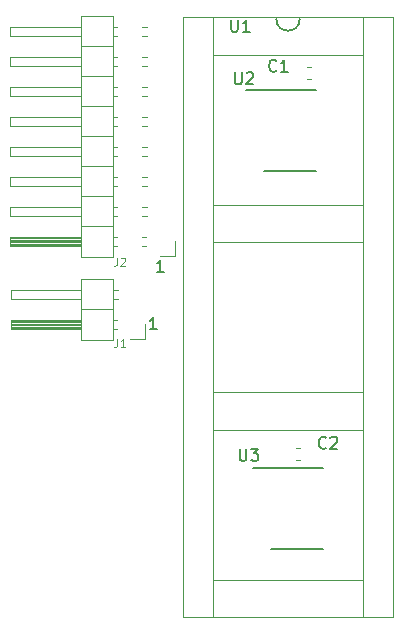
<source format=gbr>
G04 #@! TF.GenerationSoftware,KiCad,Pcbnew,(5.1.4)-1*
G04 #@! TF.CreationDate,2021-01-18T01:20:50+00:00*
G04 #@! TF.ProjectId,atari-pickup,61746172-692d-4706-9963-6b75702e6b69,rev?*
G04 #@! TF.SameCoordinates,Original*
G04 #@! TF.FileFunction,Legend,Top*
G04 #@! TF.FilePolarity,Positive*
%FSLAX46Y46*%
G04 Gerber Fmt 4.6, Leading zero omitted, Abs format (unit mm)*
G04 Created by KiCad (PCBNEW (5.1.4)-1) date 2021-01-18 01:20:50*
%MOMM*%
%LPD*%
G04 APERTURE LIST*
%ADD10C,0.200000*%
%ADD11C,0.100000*%
%ADD12C,0.150000*%
%ADD13C,0.120000*%
G04 APERTURE END LIST*
D10*
X131121114Y-81011020D02*
X130549685Y-81011020D01*
X130835400Y-81011020D02*
X130835400Y-80011020D01*
X130740161Y-80153878D01*
X130644923Y-80249116D01*
X130549685Y-80296735D01*
X131710394Y-76144380D02*
X131138965Y-76144380D01*
X131424680Y-76144380D02*
X131424680Y-75144380D01*
X131329441Y-75287238D01*
X131234203Y-75382476D01*
X131138965Y-75430095D01*
D11*
X151130000Y-105410000D02*
X151130000Y-54610000D01*
X148590000Y-105410000D02*
X151130000Y-105410000D01*
X148590000Y-54610000D02*
X148590000Y-105410000D01*
X151130000Y-54610000D02*
X148590000Y-54610000D01*
X135890000Y-105410000D02*
X135890000Y-54610000D01*
X133350000Y-105410000D02*
X135890000Y-105410000D01*
X133350000Y-54610000D02*
X133350000Y-105410000D01*
X135890000Y-54610000D02*
X133350000Y-54610000D01*
X148590000Y-54610000D02*
X148590000Y-57785000D01*
X135890000Y-54610000D02*
X148590000Y-54610000D01*
X135890000Y-57785000D02*
X135890000Y-54610000D01*
X148590000Y-57785000D02*
X135890000Y-57785000D01*
X148590000Y-54610000D02*
X148590000Y-57785000D01*
X135890000Y-105410000D02*
X148590000Y-105410000D01*
X135890000Y-102235000D02*
X135890000Y-105410000D01*
X148590000Y-102235000D02*
X135890000Y-102235000D01*
X148590000Y-105410000D02*
X148590000Y-102235000D01*
X148590000Y-70485000D02*
X148590000Y-73660000D01*
X135890000Y-70485000D02*
X148590000Y-70485000D01*
X135890000Y-73660000D02*
X135890000Y-70485000D01*
X148590000Y-73660000D02*
X135890000Y-73660000D01*
X148590000Y-89535000D02*
X148590000Y-86360000D01*
X135890000Y-89535000D02*
X148590000Y-89535000D01*
X135890000Y-86360000D02*
X135890000Y-89535000D01*
X148590000Y-86360000D02*
X135890000Y-86360000D01*
D12*
X143240000Y-54740000D02*
G75*
G02X141240000Y-54740000I-1000000J0D01*
G01*
D13*
X127388800Y-74913800D02*
X127388800Y-54473800D01*
X127388800Y-54473800D02*
X124728800Y-54473800D01*
X124728800Y-54473800D02*
X124728800Y-74913800D01*
X124728800Y-74913800D02*
X127388800Y-74913800D01*
X124728800Y-73963800D02*
X118728800Y-73963800D01*
X118728800Y-73963800D02*
X118728800Y-73203800D01*
X118728800Y-73203800D02*
X124728800Y-73203800D01*
X124728800Y-73903800D02*
X118728800Y-73903800D01*
X124728800Y-73783800D02*
X118728800Y-73783800D01*
X124728800Y-73663800D02*
X118728800Y-73663800D01*
X124728800Y-73543800D02*
X118728800Y-73543800D01*
X124728800Y-73423800D02*
X118728800Y-73423800D01*
X124728800Y-73303800D02*
X118728800Y-73303800D01*
X127785871Y-73963800D02*
X127388800Y-73963800D01*
X127785871Y-73203800D02*
X127388800Y-73203800D01*
X130258800Y-73963800D02*
X129871729Y-73963800D01*
X130258800Y-73203800D02*
X129871729Y-73203800D01*
X127388800Y-72313800D02*
X124728800Y-72313800D01*
X124728800Y-71423800D02*
X118728800Y-71423800D01*
X118728800Y-71423800D02*
X118728800Y-70663800D01*
X118728800Y-70663800D02*
X124728800Y-70663800D01*
X127785871Y-71423800D02*
X127388800Y-71423800D01*
X127785871Y-70663800D02*
X127388800Y-70663800D01*
X130325871Y-71423800D02*
X129871729Y-71423800D01*
X130325871Y-70663800D02*
X129871729Y-70663800D01*
X127388800Y-69773800D02*
X124728800Y-69773800D01*
X124728800Y-68883800D02*
X118728800Y-68883800D01*
X118728800Y-68883800D02*
X118728800Y-68123800D01*
X118728800Y-68123800D02*
X124728800Y-68123800D01*
X127785871Y-68883800D02*
X127388800Y-68883800D01*
X127785871Y-68123800D02*
X127388800Y-68123800D01*
X130325871Y-68883800D02*
X129871729Y-68883800D01*
X130325871Y-68123800D02*
X129871729Y-68123800D01*
X127388800Y-67233800D02*
X124728800Y-67233800D01*
X124728800Y-66343800D02*
X118728800Y-66343800D01*
X118728800Y-66343800D02*
X118728800Y-65583800D01*
X118728800Y-65583800D02*
X124728800Y-65583800D01*
X127785871Y-66343800D02*
X127388800Y-66343800D01*
X127785871Y-65583800D02*
X127388800Y-65583800D01*
X130325871Y-66343800D02*
X129871729Y-66343800D01*
X130325871Y-65583800D02*
X129871729Y-65583800D01*
X127388800Y-64693800D02*
X124728800Y-64693800D01*
X124728800Y-63803800D02*
X118728800Y-63803800D01*
X118728800Y-63803800D02*
X118728800Y-63043800D01*
X118728800Y-63043800D02*
X124728800Y-63043800D01*
X127785871Y-63803800D02*
X127388800Y-63803800D01*
X127785871Y-63043800D02*
X127388800Y-63043800D01*
X130325871Y-63803800D02*
X129871729Y-63803800D01*
X130325871Y-63043800D02*
X129871729Y-63043800D01*
X127388800Y-62153800D02*
X124728800Y-62153800D01*
X124728800Y-61263800D02*
X118728800Y-61263800D01*
X118728800Y-61263800D02*
X118728800Y-60503800D01*
X118728800Y-60503800D02*
X124728800Y-60503800D01*
X127785871Y-61263800D02*
X127388800Y-61263800D01*
X127785871Y-60503800D02*
X127388800Y-60503800D01*
X130325871Y-61263800D02*
X129871729Y-61263800D01*
X130325871Y-60503800D02*
X129871729Y-60503800D01*
X127388800Y-59613800D02*
X124728800Y-59613800D01*
X124728800Y-58723800D02*
X118728800Y-58723800D01*
X118728800Y-58723800D02*
X118728800Y-57963800D01*
X118728800Y-57963800D02*
X124728800Y-57963800D01*
X127785871Y-58723800D02*
X127388800Y-58723800D01*
X127785871Y-57963800D02*
X127388800Y-57963800D01*
X130325871Y-58723800D02*
X129871729Y-58723800D01*
X130325871Y-57963800D02*
X129871729Y-57963800D01*
X127388800Y-57073800D02*
X124728800Y-57073800D01*
X124728800Y-56183800D02*
X118728800Y-56183800D01*
X118728800Y-56183800D02*
X118728800Y-55423800D01*
X118728800Y-55423800D02*
X124728800Y-55423800D01*
X127785871Y-56183800D02*
X127388800Y-56183800D01*
X127785871Y-55423800D02*
X127388800Y-55423800D01*
X130325871Y-56183800D02*
X129871729Y-56183800D01*
X130325871Y-55423800D02*
X129871729Y-55423800D01*
X132638800Y-73583800D02*
X132638800Y-74853800D01*
X132638800Y-74853800D02*
X131368800Y-74853800D01*
X127414200Y-81924200D02*
X127414200Y-76724200D01*
X127414200Y-76724200D02*
X124754200Y-76724200D01*
X124754200Y-76724200D02*
X124754200Y-81924200D01*
X124754200Y-81924200D02*
X127414200Y-81924200D01*
X124754200Y-80974200D02*
X118754200Y-80974200D01*
X118754200Y-80974200D02*
X118754200Y-80214200D01*
X118754200Y-80214200D02*
X124754200Y-80214200D01*
X124754200Y-80914200D02*
X118754200Y-80914200D01*
X124754200Y-80794200D02*
X118754200Y-80794200D01*
X124754200Y-80674200D02*
X118754200Y-80674200D01*
X124754200Y-80554200D02*
X118754200Y-80554200D01*
X124754200Y-80434200D02*
X118754200Y-80434200D01*
X124754200Y-80314200D02*
X118754200Y-80314200D01*
X127744200Y-80974200D02*
X127414200Y-80974200D01*
X127744200Y-80214200D02*
X127414200Y-80214200D01*
X127414200Y-79324200D02*
X124754200Y-79324200D01*
X124754200Y-78434200D02*
X118754200Y-78434200D01*
X118754200Y-78434200D02*
X118754200Y-77674200D01*
X118754200Y-77674200D02*
X124754200Y-77674200D01*
X127811271Y-78434200D02*
X127414200Y-78434200D01*
X127811271Y-77674200D02*
X127414200Y-77674200D01*
X130124200Y-80594200D02*
X130124200Y-81864200D01*
X130124200Y-81864200D02*
X128854200Y-81864200D01*
X144177867Y-59819000D02*
X143835333Y-59819000D01*
X144177867Y-58799000D02*
X143835333Y-58799000D01*
X143224067Y-91031600D02*
X142881533Y-91031600D01*
X143224067Y-92051600D02*
X142881533Y-92051600D01*
D12*
X140167400Y-67635800D02*
X144617400Y-67635800D01*
X138642400Y-60735800D02*
X144617400Y-60735800D01*
X139252000Y-92739800D02*
X145227000Y-92739800D01*
X140777000Y-99639800D02*
X145227000Y-99639800D01*
X137414095Y-54824380D02*
X137414095Y-55633904D01*
X137461714Y-55729142D01*
X137509333Y-55776761D01*
X137604571Y-55824380D01*
X137795047Y-55824380D01*
X137890285Y-55776761D01*
X137937904Y-55729142D01*
X137985523Y-55633904D01*
X137985523Y-54824380D01*
X138985523Y-55824380D02*
X138414095Y-55824380D01*
X138699809Y-55824380D02*
X138699809Y-54824380D01*
X138604571Y-54967238D01*
X138509333Y-55062476D01*
X138414095Y-55110095D01*
D13*
X127780126Y-74947986D02*
X127780126Y-75447986D01*
X127746793Y-75547986D01*
X127680126Y-75614653D01*
X127580126Y-75647986D01*
X127513460Y-75647986D01*
X128080126Y-75014653D02*
X128113460Y-74981320D01*
X128180126Y-74947986D01*
X128346793Y-74947986D01*
X128413460Y-74981320D01*
X128446793Y-75014653D01*
X128480126Y-75081320D01*
X128480126Y-75147986D01*
X128446793Y-75247986D01*
X128046793Y-75647986D01*
X128480126Y-75647986D01*
X127767426Y-81844086D02*
X127767426Y-82344086D01*
X127734093Y-82444086D01*
X127667426Y-82510753D01*
X127567426Y-82544086D01*
X127500760Y-82544086D01*
X128467426Y-82544086D02*
X128067426Y-82544086D01*
X128267426Y-82544086D02*
X128267426Y-81844086D01*
X128200760Y-81944086D01*
X128134093Y-82010753D01*
X128067426Y-82044086D01*
D12*
X141260533Y-59107342D02*
X141212914Y-59154961D01*
X141070057Y-59202580D01*
X140974819Y-59202580D01*
X140831961Y-59154961D01*
X140736723Y-59059723D01*
X140689104Y-58964485D01*
X140641485Y-58774009D01*
X140641485Y-58631152D01*
X140689104Y-58440676D01*
X140736723Y-58345438D01*
X140831961Y-58250200D01*
X140974819Y-58202580D01*
X141070057Y-58202580D01*
X141212914Y-58250200D01*
X141260533Y-58297819D01*
X142212914Y-59202580D02*
X141641485Y-59202580D01*
X141927200Y-59202580D02*
X141927200Y-58202580D01*
X141831961Y-58345438D01*
X141736723Y-58440676D01*
X141641485Y-58488295D01*
X145451533Y-91035142D02*
X145403914Y-91082761D01*
X145261057Y-91130380D01*
X145165819Y-91130380D01*
X145022961Y-91082761D01*
X144927723Y-90987523D01*
X144880104Y-90892285D01*
X144832485Y-90701809D01*
X144832485Y-90558952D01*
X144880104Y-90368476D01*
X144927723Y-90273238D01*
X145022961Y-90178000D01*
X145165819Y-90130380D01*
X145261057Y-90130380D01*
X145403914Y-90178000D01*
X145451533Y-90225619D01*
X145832485Y-90225619D02*
X145880104Y-90178000D01*
X145975342Y-90130380D01*
X146213438Y-90130380D01*
X146308676Y-90178000D01*
X146356295Y-90225619D01*
X146403914Y-90320857D01*
X146403914Y-90416095D01*
X146356295Y-90558952D01*
X145784866Y-91130380D01*
X146403914Y-91130380D01*
X137744295Y-59269380D02*
X137744295Y-60078904D01*
X137791914Y-60174142D01*
X137839533Y-60221761D01*
X137934771Y-60269380D01*
X138125247Y-60269380D01*
X138220485Y-60221761D01*
X138268104Y-60174142D01*
X138315723Y-60078904D01*
X138315723Y-59269380D01*
X138744295Y-59364619D02*
X138791914Y-59317000D01*
X138887152Y-59269380D01*
X139125247Y-59269380D01*
X139220485Y-59317000D01*
X139268104Y-59364619D01*
X139315723Y-59459857D01*
X139315723Y-59555095D01*
X139268104Y-59697952D01*
X138696676Y-60269380D01*
X139315723Y-60269380D01*
X138150695Y-91146380D02*
X138150695Y-91955904D01*
X138198314Y-92051142D01*
X138245933Y-92098761D01*
X138341171Y-92146380D01*
X138531647Y-92146380D01*
X138626885Y-92098761D01*
X138674504Y-92051142D01*
X138722123Y-91955904D01*
X138722123Y-91146380D01*
X139103076Y-91146380D02*
X139722123Y-91146380D01*
X139388790Y-91527333D01*
X139531647Y-91527333D01*
X139626885Y-91574952D01*
X139674504Y-91622571D01*
X139722123Y-91717809D01*
X139722123Y-91955904D01*
X139674504Y-92051142D01*
X139626885Y-92098761D01*
X139531647Y-92146380D01*
X139245933Y-92146380D01*
X139150695Y-92098761D01*
X139103076Y-92051142D01*
M02*

</source>
